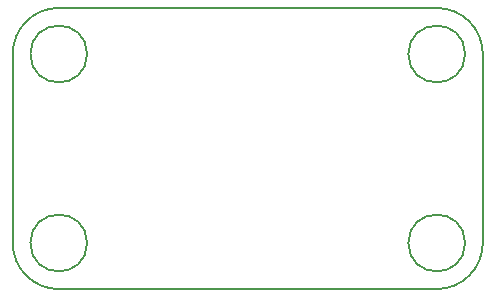
<source format=gbr>
G04 #@! TF.FileFunction,Profile,NP*
%FSLAX46Y46*%
G04 Gerber Fmt 4.6, Leading zero omitted, Abs format (unit mm)*
G04 Created by KiCad (PCBNEW (2015-08-26 BZR 6129, Git 2e41367)-product) date 9/23/2019 12:40:44 AM*
%MOMM*%
G01*
G04 APERTURE LIST*
%ADD10C,0.100000*%
%ADD11C,0.150000*%
G04 APERTURE END LIST*
D10*
D11*
X-13600000Y8000000D02*
G75*
G03X-13600000Y8000000I-2400000J0D01*
G01*
X-13600000Y-8000000D02*
G75*
G03X-13600000Y-8000000I-2400000J0D01*
G01*
X18400000Y-8000000D02*
G75*
G03X18400000Y-8000000I-2400000J0D01*
G01*
X18400000Y8000000D02*
G75*
G03X18400000Y8000000I-2400000J0D01*
G01*
X16000000Y-11900000D02*
X-16000000Y-11900000D01*
X19900000Y8000000D02*
X19900000Y-8000000D01*
X-16000000Y11900000D02*
X16000000Y11900000D01*
X-19900000Y-8000000D02*
G75*
G03X-16000000Y-11900000I3900000J0D01*
G01*
X16000000Y-11900000D02*
G75*
G03X19900000Y-8000000I0J3900000D01*
G01*
X19900000Y8000000D02*
G75*
G03X16000000Y11900000I-3900000J0D01*
G01*
X-16000000Y11900000D02*
G75*
G03X-19900000Y8000000I0J-3900000D01*
G01*
X-19900000Y-8000000D02*
X-19900000Y8000000D01*
M02*

</source>
